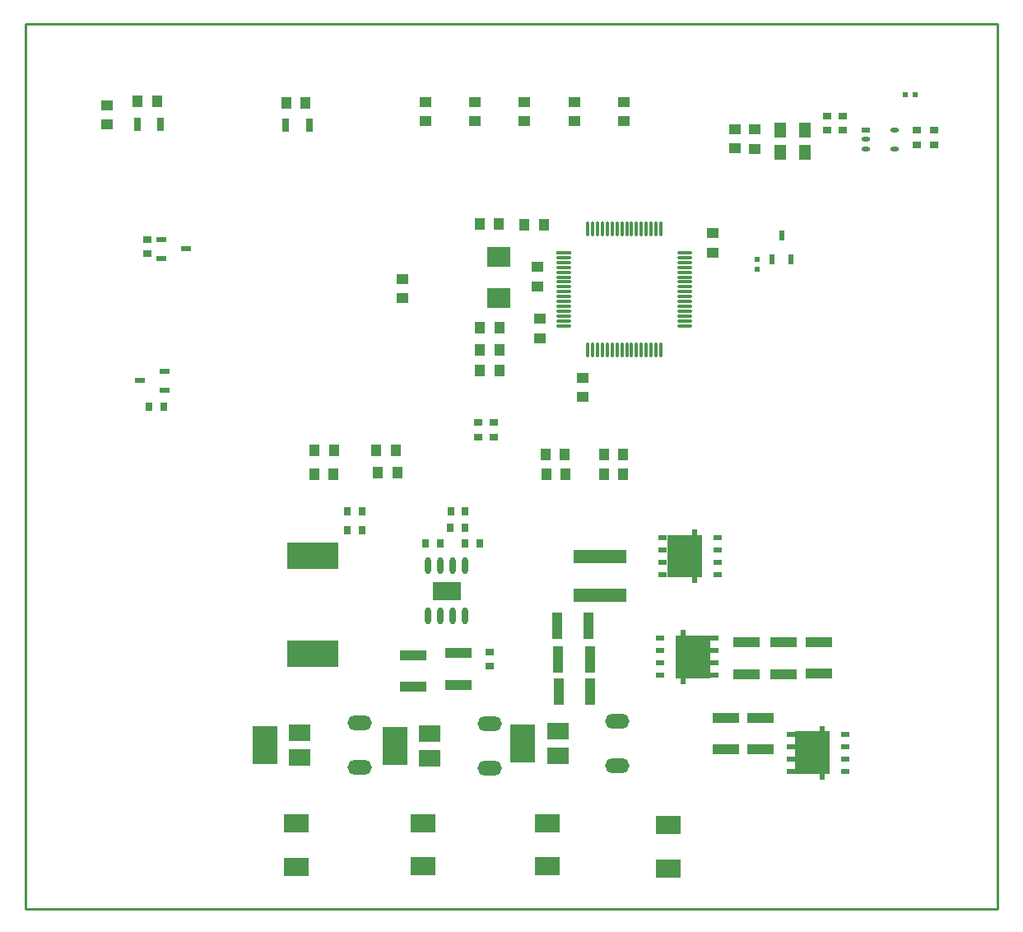
<source format=gtp>
%FSLAX25Y25*%
%MOIN*%
G70*
G01*
G75*
G04 Layer_Color=8421504*
%ADD10R,0.03937X0.02362*%
%ADD11R,0.03347X0.02756*%
%ADD12O,0.06299X0.01181*%
%ADD13R,0.06299X0.01181*%
%ADD14O,0.01181X0.06299*%
%ADD15R,0.05118X0.03937*%
%ADD16R,0.10630X0.03937*%
%ADD17R,0.03937X0.05118*%
%ADD18R,0.03543X0.02126*%
%ADD19R,0.01969X0.06299*%
%ADD20R,0.14410X0.07874*%
%ADD21R,0.14410X0.09843*%
%ADD22R,0.09449X0.08268*%
%ADD23R,0.05000X0.06000*%
%ADD24R,0.02362X0.02362*%
%ADD25R,0.02362X0.02362*%
%ADD26R,0.02362X0.03937*%
%ADD27O,0.02362X0.06890*%
%ADD28R,0.11811X0.07480*%
%ADD29R,0.02756X0.03347*%
%ADD30R,0.10000X0.07500*%
%ADD31R,0.09843X0.15748*%
%ADD32R,0.08661X0.07087*%
%ADD33O,0.09843X0.05906*%
%ADD34O,0.03543X0.01969*%
%ADD35O,0.03543X0.01969*%
%ADD36R,0.03543X0.01969*%
%ADD37R,0.02559X0.05315*%
%ADD38R,0.20866X0.11024*%
%ADD39R,0.03937X0.10630*%
%ADD40R,0.21654X0.05630*%
%ADD41C,0.02000*%
%ADD42C,0.00800*%
%ADD43C,0.03000*%
%ADD44C,0.03500*%
%ADD45C,0.04000*%
%ADD46C,0.01000*%
%ADD47C,0.01500*%
%ADD48C,0.10000*%
%ADD49C,0.08000*%
%ADD50C,0.05000*%
%ADD51C,0.01200*%
%ADD52R,0.19200X0.07900*%
%ADD53R,0.58405X0.13100*%
%ADD54R,0.24300X1.56600*%
%ADD55R,0.50200X0.62200*%
%ADD56R,0.24100X0.17400*%
%ADD57R,0.25624X0.17093*%
%ADD58R,0.23600X0.17400*%
%ADD59R,0.05906X0.05906*%
%ADD60C,0.05906*%
%ADD61O,0.11811X0.09843*%
%ADD62R,0.11811X0.09843*%
%ADD63O,0.05906X0.09843*%
%ADD64R,0.05906X0.09843*%
%ADD65R,0.09843X0.11811*%
%ADD66O,0.09843X0.11811*%
%ADD67R,0.05906X0.05906*%
%ADD68C,0.06693*%
%ADD69C,0.05500*%
%ADD70O,0.07874X0.15748*%
%ADD71C,0.05512*%
%ADD72R,0.06000X0.10000*%
%ADD73O,0.06000X0.10000*%
%ADD74C,0.02000*%
%ADD75C,0.03000*%
%ADD76C,0.04000*%
%ADD77O,0.05500X0.02500*%
%ADD78R,0.05500X0.02500*%
%ADD79O,0.01181X0.02756*%
%ADD80O,0.02756X0.01181*%
%ADD81R,0.13386X0.07087*%
%ADD82R,0.15000X0.13000*%
%ADD83R,0.19400X0.21500*%
%ADD84R,0.18400X0.60700*%
%ADD85R,0.24600X1.31200*%
%ADD86R,0.50100X0.62100*%
%ADD87C,0.00500*%
%ADD88C,0.00394*%
%ADD89C,0.00984*%
%ADD90C,0.00787*%
%ADD91C,0.00591*%
%ADD92R,0.04724X0.02756*%
%ADD93R,0.01968X0.03543*%
D10*
X56200Y-140626D02*
D03*
X46358Y-144563D02*
D03*
X56200Y-148500D02*
D03*
X55077Y-87300D02*
D03*
X64920Y-91237D02*
D03*
X55077Y-95174D02*
D03*
D11*
X183200Y-167399D02*
D03*
Y-161493D02*
D03*
X188000Y-254294D02*
D03*
Y-260200D02*
D03*
X49200Y-93200D02*
D03*
Y-87295D02*
D03*
X331061Y-37300D02*
D03*
Y-43205D02*
D03*
X360838Y-49100D02*
D03*
Y-43194D02*
D03*
X324761Y-43200D02*
D03*
Y-37295D02*
D03*
X368061Y-43194D02*
D03*
Y-49100D02*
D03*
X189600Y-161493D02*
D03*
Y-167399D02*
D03*
D12*
X217900Y-100674D02*
D03*
Y-94769D02*
D03*
Y-96737D02*
D03*
Y-98706D02*
D03*
Y-102643D02*
D03*
Y-104611D02*
D03*
Y-106579D02*
D03*
Y-108548D02*
D03*
Y-110517D02*
D03*
Y-112485D02*
D03*
Y-114453D02*
D03*
X267113Y-122328D02*
D03*
Y-120359D02*
D03*
Y-118391D02*
D03*
Y-116422D02*
D03*
Y-114453D02*
D03*
Y-112485D02*
D03*
Y-110517D02*
D03*
Y-108548D02*
D03*
Y-106579D02*
D03*
Y-104611D02*
D03*
Y-102643D02*
D03*
Y-100674D02*
D03*
Y-98706D02*
D03*
Y-96737D02*
D03*
Y-94769D02*
D03*
Y-92800D02*
D03*
X217900Y-116422D02*
D03*
Y-120359D02*
D03*
Y-118391D02*
D03*
Y-122328D02*
D03*
D13*
Y-92800D02*
D03*
D14*
X227743Y-132170D02*
D03*
X229711D02*
D03*
X231680D02*
D03*
X233648D02*
D03*
X235617D02*
D03*
X237585D02*
D03*
X239554D02*
D03*
X241522D02*
D03*
X243491D02*
D03*
X245459D02*
D03*
X247428D02*
D03*
X249396D02*
D03*
X251365D02*
D03*
X253333D02*
D03*
X255302D02*
D03*
X257270D02*
D03*
Y-82958D02*
D03*
X255302D02*
D03*
X253333D02*
D03*
X251365D02*
D03*
X249396D02*
D03*
X247428D02*
D03*
X245459D02*
D03*
X243491D02*
D03*
X241522D02*
D03*
X239554D02*
D03*
X237585D02*
D03*
X235617D02*
D03*
X233648D02*
D03*
X231680D02*
D03*
X229711D02*
D03*
X227743D02*
D03*
D15*
X295200Y-42900D02*
D03*
Y-50774D02*
D03*
X287400Y-42700D02*
D03*
Y-50574D02*
D03*
X152677Y-111200D02*
D03*
Y-103326D02*
D03*
X207200Y-106300D02*
D03*
Y-98426D02*
D03*
X208200Y-119426D02*
D03*
Y-127300D02*
D03*
X225600Y-143326D02*
D03*
Y-151200D02*
D03*
X278300Y-92774D02*
D03*
Y-84900D02*
D03*
X33077Y-40874D02*
D03*
Y-33000D02*
D03*
X162077Y-31700D02*
D03*
Y-39574D02*
D03*
X182102Y-31700D02*
D03*
Y-39574D02*
D03*
X202127Y-31700D02*
D03*
Y-39574D02*
D03*
X242177Y-31700D02*
D03*
Y-39574D02*
D03*
X222152D02*
D03*
Y-31700D02*
D03*
D16*
X283477Y-293800D02*
D03*
Y-281005D02*
D03*
X297477Y-293800D02*
D03*
Y-281005D02*
D03*
X175400Y-267695D02*
D03*
Y-254900D02*
D03*
X157000Y-255700D02*
D03*
Y-268495D02*
D03*
X306977Y-263400D02*
D03*
Y-250605D02*
D03*
X292077Y-263300D02*
D03*
Y-250505D02*
D03*
X321177Y-263100D02*
D03*
Y-250305D02*
D03*
D17*
X184000Y-140500D02*
D03*
X191874D02*
D03*
X191674Y-81100D02*
D03*
X183800D02*
D03*
X191974Y-123000D02*
D03*
X184100D02*
D03*
X191974Y-132200D02*
D03*
X184100D02*
D03*
X209974Y-81300D02*
D03*
X202100D02*
D03*
X116826Y-182400D02*
D03*
X124700D02*
D03*
X117026Y-172900D02*
D03*
X124900D02*
D03*
X218677Y-182474D02*
D03*
X210803D02*
D03*
X242077Y-182374D02*
D03*
X234203D02*
D03*
X142600Y-181900D02*
D03*
X150474D02*
D03*
X218377Y-174300D02*
D03*
X210503D02*
D03*
X242077D02*
D03*
X234203D02*
D03*
X142000Y-172900D02*
D03*
X149874D02*
D03*
X53177Y-31300D02*
D03*
X45303D02*
D03*
X113400Y-32100D02*
D03*
X105526D02*
D03*
D18*
X309899Y-292662D02*
D03*
Y-302662D02*
D03*
X331937D02*
D03*
X309899Y-287662D02*
D03*
X331937Y-292662D02*
D03*
Y-287662D02*
D03*
X309899Y-297662D02*
D03*
X331937D02*
D03*
X278955Y-258938D02*
D03*
Y-248938D02*
D03*
X256917D02*
D03*
X278955Y-263938D02*
D03*
X256917Y-258938D02*
D03*
Y-263938D02*
D03*
X278955Y-253938D02*
D03*
X256917D02*
D03*
X258099Y-213162D02*
D03*
Y-223162D02*
D03*
X280137D02*
D03*
X258099Y-208162D02*
D03*
X280137Y-213162D02*
D03*
Y-208162D02*
D03*
X258099Y-218162D02*
D03*
X280137D02*
D03*
D19*
X322685Y-303036D02*
D03*
Y-287288D02*
D03*
X266169Y-248564D02*
D03*
Y-264312D02*
D03*
X270885Y-223536D02*
D03*
Y-207788D02*
D03*
D20*
X318650Y-299783D02*
D03*
X270205Y-251817D02*
D03*
X266850Y-220283D02*
D03*
D21*
X318650Y-291541D02*
D03*
X270205Y-260059D02*
D03*
X266850Y-212041D02*
D03*
D22*
X191700Y-110968D02*
D03*
Y-94432D02*
D03*
D23*
X315761Y-52100D02*
D03*
Y-43100D02*
D03*
X305661Y-52000D02*
D03*
Y-43000D02*
D03*
D24*
X296300Y-95600D02*
D03*
Y-99537D02*
D03*
D25*
X360377Y-28700D02*
D03*
X356440D02*
D03*
D26*
X302200Y-95600D02*
D03*
X306137Y-85757D02*
D03*
X310074Y-95600D02*
D03*
D27*
X163100Y-239936D02*
D03*
X168100D02*
D03*
X173100D02*
D03*
X178100D02*
D03*
X163100Y-219464D02*
D03*
X168100D02*
D03*
X173100D02*
D03*
X178100D02*
D03*
D28*
X170600Y-229700D02*
D03*
D29*
X184005Y-210400D02*
D03*
X178100D02*
D03*
X178006Y-204000D02*
D03*
X172100D02*
D03*
X130394Y-205100D02*
D03*
X136300D02*
D03*
X49894Y-155000D02*
D03*
X55800D02*
D03*
X130394Y-197500D02*
D03*
X136300D02*
D03*
X178105D02*
D03*
X172200D02*
D03*
X162094Y-210600D02*
D03*
X168000D02*
D03*
D30*
X260177Y-342000D02*
D03*
Y-324500D02*
D03*
X109677Y-341300D02*
D03*
Y-323800D02*
D03*
X161026Y-341200D02*
D03*
Y-323700D02*
D03*
X211174Y-341200D02*
D03*
Y-323700D02*
D03*
D31*
X96798Y-292200D02*
D03*
X149498Y-292400D02*
D03*
X201298Y-291500D02*
D03*
D32*
X110971Y-287279D02*
D03*
X110971Y-297121D02*
D03*
X163671Y-287479D02*
D03*
X163671Y-297321D02*
D03*
X215471Y-286579D02*
D03*
X215471Y-296421D02*
D03*
D33*
X135183Y-283145D02*
D03*
Y-301255D02*
D03*
X187883Y-283345D02*
D03*
Y-301455D02*
D03*
X239683Y-282445D02*
D03*
Y-300555D02*
D03*
D34*
X340238Y-50680D02*
D03*
Y-46940D02*
D03*
X352049Y-50680D02*
D03*
D35*
Y-43200D02*
D03*
D36*
X340238D02*
D03*
D37*
X114849Y-41100D02*
D03*
X105400D02*
D03*
X54626Y-40800D02*
D03*
X45177D02*
D03*
D38*
X116400Y-255264D02*
D03*
Y-215500D02*
D03*
D39*
X228477Y-257300D02*
D03*
X215682D02*
D03*
X228677Y-270300D02*
D03*
X215882D02*
D03*
X228077Y-243800D02*
D03*
X215282D02*
D03*
D40*
X232777Y-231606D02*
D03*
Y-215700D02*
D03*
D46*
X0Y-33D02*
X393701D01*
X0Y-358301D02*
Y-33D01*
Y-358301D02*
X393701D01*
Y-33D01*
M02*

</source>
